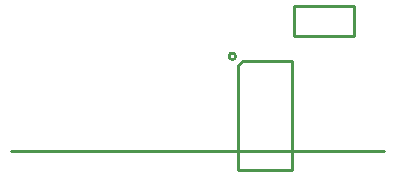
<source format=gto>
G04*
G04 #@! TF.GenerationSoftware,Altium Limited,Altium Designer,20.0.2 (26)*
G04*
G04 Layer_Color=65535*
%FSLAX25Y25*%
%MOIN*%
G70*
G01*
G75*
%ADD10C,0.01000*%
D10*
X-39567Y92677D02*
G03*
X-39567Y92677I-1118J0D01*
G01*
X-114500Y61024D02*
X10000D01*
X-38685Y54677D02*
Y89677D01*
X-37185Y91177D01*
X-20685D01*
Y54677D02*
Y91177D01*
X-38685Y54677D02*
X-20685D01*
X0Y99500D02*
Y109500D01*
X-20000D02*
X0D01*
X-20000Y99500D02*
Y109500D01*
Y99500D02*
X0D01*
M02*

</source>
